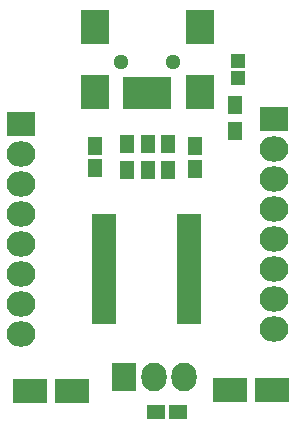
<source format=gts>
G04 #@! TF.FileFunction,Soldermask,Top*
%FSLAX46Y46*%
G04 Gerber Fmt 4.6, Leading zero omitted, Abs format (unit mm)*
G04 Created by KiCad (PCBNEW 4.0.2+dfsg1-stable) date Mon 21 Aug 2017 12:22:30 PM CEST*
%MOMM*%
G01*
G04 APERTURE LIST*
%ADD10C,0.100000*%
%ADD11R,1.600000X1.150000*%
%ADD12R,3.000960X2.000200*%
%ADD13R,1.150000X1.600000*%
%ADD14R,1.197560X1.197560*%
%ADD15R,1.300000X1.600000*%
%ADD16R,0.900380X2.701240*%
%ADD17R,2.398980X2.899360*%
%ADD18C,1.299160*%
%ADD19R,2.127200X2.432000*%
%ADD20O,2.127200X2.432000*%
%ADD21R,2.432000X2.127200*%
%ADD22O,2.432000X2.127200*%
%ADD23R,2.150000X0.850000*%
G04 APERTURE END LIST*
D10*
D11*
X136400000Y-119800000D03*
X138300000Y-119800000D03*
D12*
X129350860Y-118000000D03*
X125749140Y-118000000D03*
X142699140Y-117950000D03*
X146300860Y-117950000D03*
D13*
X139750000Y-99200000D03*
X139750000Y-97300000D03*
X131250000Y-99150000D03*
X131250000Y-97250000D03*
D14*
X143350000Y-91549300D03*
X143350000Y-90050700D03*
D15*
X137450000Y-99300000D03*
X137450000Y-97100000D03*
D16*
X137300200Y-92799320D03*
X136500100Y-92799320D03*
X135700000Y-92799320D03*
X134899900Y-92799320D03*
X134099800Y-92799320D03*
D17*
X140150080Y-92700260D03*
X140150080Y-87201160D03*
X131249920Y-92700260D03*
X131249920Y-87201160D03*
D18*
X137899640Y-90200900D03*
X133500360Y-90200900D03*
D19*
X133750000Y-116850000D03*
D20*
X136290000Y-116850000D03*
X138830000Y-116850000D03*
D21*
X125050000Y-95400000D03*
D22*
X125050000Y-97940000D03*
X125050000Y-100480000D03*
X125050000Y-103020000D03*
X125050000Y-105560000D03*
X125050000Y-108100000D03*
X125050000Y-110640000D03*
X125050000Y-113180000D03*
D21*
X146450000Y-95000000D03*
D22*
X146450000Y-97540000D03*
X146450000Y-100080000D03*
X146450000Y-102620000D03*
X146450000Y-105160000D03*
X146450000Y-107700000D03*
X146450000Y-110240000D03*
X146450000Y-112780000D03*
D15*
X134000000Y-99300000D03*
X134000000Y-97100000D03*
X135750000Y-99300000D03*
X135750000Y-97100000D03*
X143100000Y-96000000D03*
X143100000Y-93800000D03*
D23*
X132000000Y-103475000D03*
X132000000Y-104125000D03*
X132000000Y-104775000D03*
X132000000Y-105425000D03*
X132000000Y-106075000D03*
X132000000Y-106725000D03*
X132000000Y-107375000D03*
X132000000Y-108025000D03*
X132000000Y-108675000D03*
X132000000Y-109325000D03*
X132000000Y-109975000D03*
X132000000Y-110625000D03*
X132000000Y-111275000D03*
X132000000Y-111925000D03*
X139200000Y-111925000D03*
X139200000Y-111275000D03*
X139200000Y-110625000D03*
X139200000Y-109975000D03*
X139200000Y-109325000D03*
X139200000Y-108675000D03*
X139200000Y-108025000D03*
X139200000Y-107375000D03*
X139200000Y-106725000D03*
X139200000Y-106075000D03*
X139200000Y-105425000D03*
X139200000Y-104775000D03*
X139200000Y-104125000D03*
X139200000Y-103475000D03*
M02*

</source>
